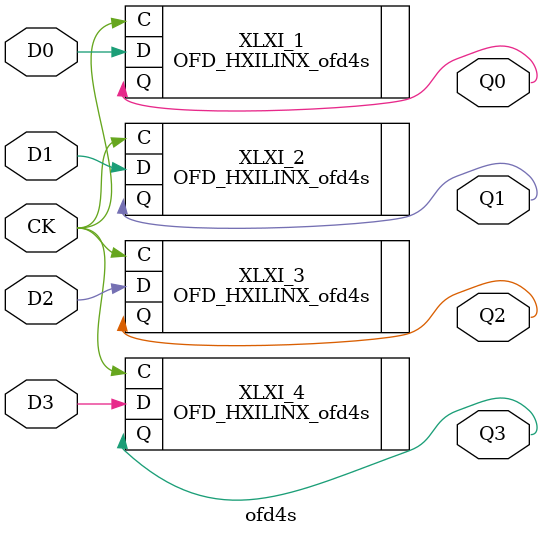
<source format=v>
module ofd4s(CK, 
             D0, 
             D1, 
             D2, 
             D3, 
             Q0, 
             Q1, 
             Q2, 
             Q3);

    input CK;
    input D0;
    input D1;
    input D2;
    input D3;
   output Q0;
   output Q1;
   output Q2;
   output Q3;
   
   
   (* HU_SET = "XLXI_1_0" *) 
   OFD_HXILINX_ofd4s #( .INIT(1'b0) ) XLXI_1 (.C(CK), 
                             .D(D0), 
                             .Q(Q0));
   (* HU_SET = "XLXI_2_1" *) 
   OFD_HXILINX_ofd4s #( .INIT(1'b0) ) XLXI_2 (.C(CK), 
                             .D(D1), 
                             .Q(Q1));
   (* HU_SET = "XLXI_3_2" *) 
   OFD_HXILINX_ofd4s #( .INIT(1'b0) ) XLXI_3 (.C(CK), 
                             .D(D2), 
                             .Q(Q2));
   (* HU_SET = "XLXI_4_3" *) 
   OFD_HXILINX_ofd4s #( .INIT(1'b0) ) XLXI_4 (.C(CK), 
                             .D(D3), 
                             .Q(Q3));
endmodule

</source>
